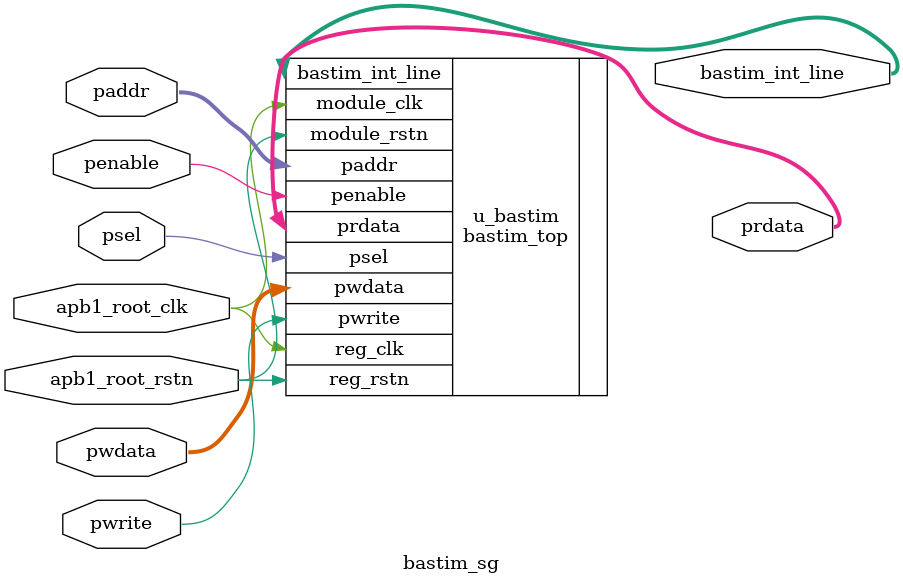
<source format=v>

module bastim_sg 
(
	// module interface
	input  						apb1_root_clk,  
	input  						apb1_root_rstn,

	// regs interface
	input 	[31:0]				paddr, 
	input  						pwrite, 
	input  						psel, 
	input  						penable, 
	input 	[31:0]				pwdata, 
	output	[31:0]				prdata,

	// interrupt
	output	[ 3:0]				bastim_int_line
);

bastim_top u_bastim
(
	.module_clk					(apb1_root_clk),  
	.module_rstn				(apb1_root_rstn),
	
	.reg_clk					(apb1_root_clk),
	.reg_rstn					(apb1_root_rstn),
	.pwrite						(pwrite),
	.psel						(psel),						
	.penable					(penable),
	.paddr						(paddr),
	.pwdata						(pwdata),
	.prdata						(prdata),

	.bastim_int_line			(bastim_int_line)
);

endmodule


</source>
